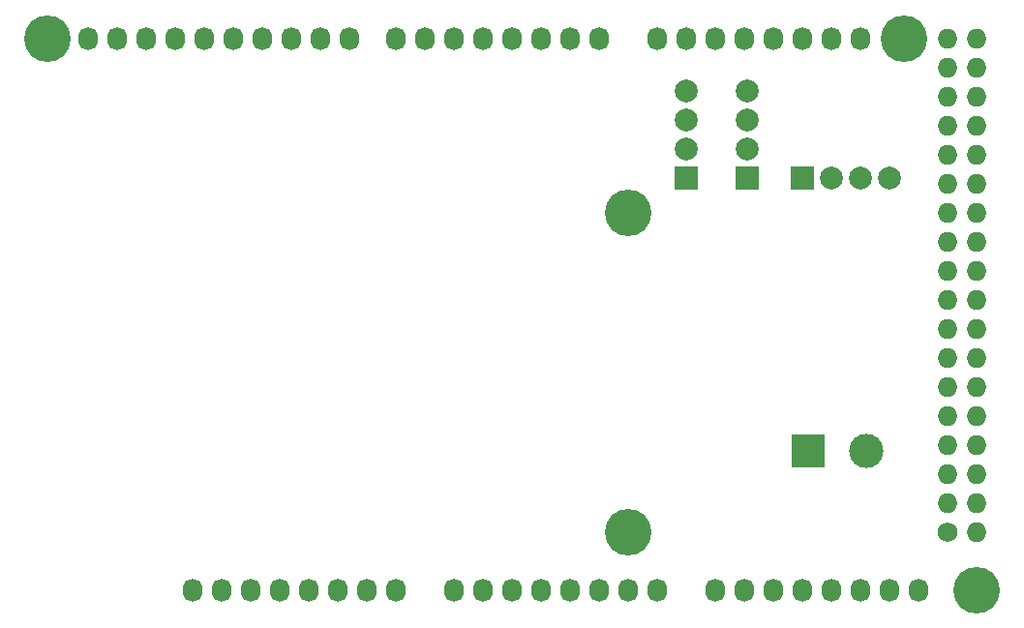
<source format=gbs>
G04 #@! TF.FileFunction,Soldermask,Bot*
%FSLAX46Y46*%
G04 Gerber Fmt 4.6, Leading zero omitted, Abs format (unit mm)*
G04 Created by KiCad (PCBNEW 4.0.7) date 03/31/18 16:11:36*
%MOMM*%
%LPD*%
G01*
G04 APERTURE LIST*
%ADD10C,0.100000*%
%ADD11C,1.727200*%
%ADD12O,1.727200X1.727200*%
%ADD13O,1.727200X2.032000*%
%ADD14C,4.064000*%
%ADD15R,2.000000X2.000000*%
%ADD16C,2.000000*%
%ADD17R,3.000000X3.000000*%
%ADD18C,3.000000*%
G04 APERTURE END LIST*
D10*
D11*
X197358000Y-114046000D03*
D12*
X199898000Y-114046000D03*
X197358000Y-111506000D03*
X199898000Y-111506000D03*
X197358000Y-108966000D03*
X199898000Y-108966000D03*
X197358000Y-106426000D03*
X199898000Y-106426000D03*
X197358000Y-103886000D03*
X199898000Y-103886000D03*
X197358000Y-101346000D03*
X199898000Y-101346000D03*
X197358000Y-98806000D03*
X199898000Y-98806000D03*
X197358000Y-96266000D03*
X199898000Y-96266000D03*
X197358000Y-93726000D03*
X199898000Y-93726000D03*
X197358000Y-91186000D03*
X199898000Y-91186000D03*
X197358000Y-88646000D03*
X199898000Y-88646000D03*
X197358000Y-86106000D03*
X199898000Y-86106000D03*
X197358000Y-83566000D03*
X199898000Y-83566000D03*
X197358000Y-81026000D03*
X199898000Y-81026000D03*
X197358000Y-78486000D03*
X199898000Y-78486000D03*
X197358000Y-75946000D03*
X199898000Y-75946000D03*
X197358000Y-73406000D03*
X199898000Y-73406000D03*
X197358000Y-70866000D03*
X199898000Y-70866000D03*
D13*
X131318000Y-119126000D03*
X133858000Y-119126000D03*
X136398000Y-119126000D03*
X138938000Y-119126000D03*
X141478000Y-119126000D03*
X144018000Y-119126000D03*
X146558000Y-119126000D03*
X149098000Y-119126000D03*
X154178000Y-119126000D03*
X156718000Y-119126000D03*
X159258000Y-119126000D03*
X161798000Y-119126000D03*
X164338000Y-119126000D03*
X166878000Y-119126000D03*
X169418000Y-119126000D03*
X171958000Y-119126000D03*
X177038000Y-119126000D03*
X179578000Y-119126000D03*
X182118000Y-119126000D03*
X184658000Y-119126000D03*
X187198000Y-119126000D03*
X189738000Y-119126000D03*
X192278000Y-119126000D03*
X194818000Y-119126000D03*
X122174000Y-70866000D03*
X124714000Y-70866000D03*
X127254000Y-70866000D03*
X129794000Y-70866000D03*
X132334000Y-70866000D03*
X134874000Y-70866000D03*
X137414000Y-70866000D03*
X139954000Y-70866000D03*
X142494000Y-70866000D03*
X145034000Y-70866000D03*
X149098000Y-70866000D03*
X151638000Y-70866000D03*
X154178000Y-70866000D03*
X156718000Y-70866000D03*
X159258000Y-70866000D03*
X161798000Y-70866000D03*
X164338000Y-70866000D03*
X166878000Y-70866000D03*
X171958000Y-70866000D03*
X174498000Y-70866000D03*
X177038000Y-70866000D03*
X179578000Y-70866000D03*
X182118000Y-70866000D03*
X184658000Y-70866000D03*
X187198000Y-70866000D03*
X189738000Y-70866000D03*
D14*
X169418000Y-114046000D03*
X199898000Y-119126000D03*
X118618000Y-70866000D03*
X169418000Y-86106000D03*
X193548000Y-70866000D03*
D15*
X174498000Y-83058000D03*
D16*
X174498000Y-80518000D03*
X174498000Y-77978000D03*
X174498000Y-75438000D03*
D15*
X179832000Y-83058000D03*
D16*
X179832000Y-80518000D03*
X179832000Y-77978000D03*
X179832000Y-75438000D03*
D17*
X185166000Y-106934000D03*
D18*
X190246000Y-106934000D03*
D15*
X184658000Y-83058000D03*
D16*
X187198000Y-83058000D03*
X189738000Y-83058000D03*
X192278000Y-83058000D03*
M02*

</source>
